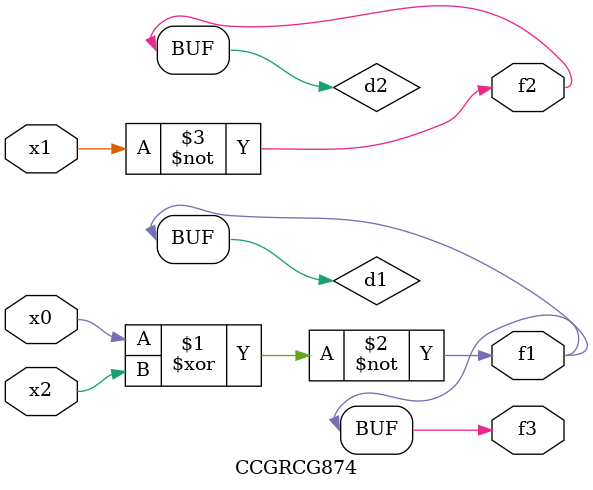
<source format=v>
module CCGRCG874(
	input x0, x1, x2,
	output f1, f2, f3
);

	wire d1, d2, d3;

	xnor (d1, x0, x2);
	nand (d2, x1);
	nor (d3, x1, x2);
	assign f1 = d1;
	assign f2 = d2;
	assign f3 = d1;
endmodule

</source>
